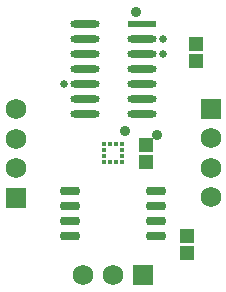
<source format=gbs>
G04*
G04 #@! TF.GenerationSoftware,Altium Limited,Altium Designer,22.7.1 (60)*
G04*
G04 Layer_Color=16711935*
%FSLAX24Y24*%
%MOIN*%
G70*
G04*
G04 #@! TF.SameCoordinates,277468EA-A594-40E7-B2BE-35E06897B6AD*
G04*
G04*
G04 #@! TF.FilePolarity,Negative*
G04*
G01*
G75*
%ADD26R,0.0492X0.0472*%
%ADD27C,0.0685*%
%ADD28R,0.0685X0.0685*%
%ADD29R,0.0685X0.0685*%
%ADD30C,0.0259*%
%ADD31C,0.0359*%
G04:AMPARAMS|DCode=39|XSize=97.4mil|YSize=24.5mil|CornerRadius=12.2mil|HoleSize=0mil|Usage=FLASHONLY|Rotation=180.000|XOffset=0mil|YOffset=0mil|HoleType=Round|Shape=RoundedRectangle|*
%AMROUNDEDRECTD39*
21,1,0.0974,0.0000,0,0,180.0*
21,1,0.0729,0.0245,0,0,180.0*
1,1,0.0245,-0.0365,0.0000*
1,1,0.0245,0.0365,0.0000*
1,1,0.0245,0.0365,0.0000*
1,1,0.0245,-0.0365,0.0000*
%
%ADD39ROUNDEDRECTD39*%
%ADD40R,0.0974X0.0245*%
%ADD41R,0.0138X0.0148*%
%ADD42R,0.0148X0.0138*%
G04:AMPARAMS|DCode=43|XSize=64.9mil|YSize=26.9mil|CornerRadius=8.2mil|HoleSize=0mil|Usage=FLASHONLY|Rotation=0.000|XOffset=0mil|YOffset=0mil|HoleType=Round|Shape=RoundedRectangle|*
%AMROUNDEDRECTD43*
21,1,0.0649,0.0105,0,0,0.0*
21,1,0.0485,0.0269,0,0,0.0*
1,1,0.0164,0.0243,-0.0053*
1,1,0.0164,-0.0243,-0.0053*
1,1,0.0164,-0.0243,0.0053*
1,1,0.0164,0.0243,0.0053*
%
%ADD43ROUNDEDRECTD43*%
D26*
X11100Y10276D02*
D03*
Y9724D02*
D03*
X12450Y6674D02*
D03*
Y7226D02*
D03*
X12750Y13074D02*
D03*
Y13626D02*
D03*
D27*
X6750Y11468D02*
D03*
Y10484D02*
D03*
Y9500D02*
D03*
X9000Y5950D02*
D03*
X10000D02*
D03*
X13250Y8532D02*
D03*
Y9516D02*
D03*
Y10500D02*
D03*
D28*
X6750Y8516D02*
D03*
X13250Y11484D02*
D03*
D29*
X11000Y5950D02*
D03*
D30*
X8350Y12300D02*
D03*
X11650Y13800D02*
D03*
Y13300D02*
D03*
D31*
X11450Y10600D02*
D03*
X10400Y10750D02*
D03*
X10750Y14700D02*
D03*
D39*
X9049Y14300D02*
D03*
Y13800D02*
D03*
Y13300D02*
D03*
Y12800D02*
D03*
Y12300D02*
D03*
Y11800D02*
D03*
Y11300D02*
D03*
X10951D02*
D03*
Y11800D02*
D03*
Y12300D02*
D03*
Y12800D02*
D03*
Y13300D02*
D03*
Y13800D02*
D03*
D40*
Y14300D02*
D03*
D41*
X9902Y9700D02*
D03*
X10098D02*
D03*
Y10300D02*
D03*
X9902D02*
D03*
D42*
X10300Y9705D02*
D03*
Y9902D02*
D03*
Y10098D02*
D03*
Y10295D02*
D03*
X9700Y9705D02*
D03*
Y9902D02*
D03*
Y10098D02*
D03*
Y10295D02*
D03*
D43*
X11440Y7250D02*
D03*
Y7750D02*
D03*
Y8250D02*
D03*
Y8750D02*
D03*
X8560D02*
D03*
Y8250D02*
D03*
Y7750D02*
D03*
Y7250D02*
D03*
M02*

</source>
